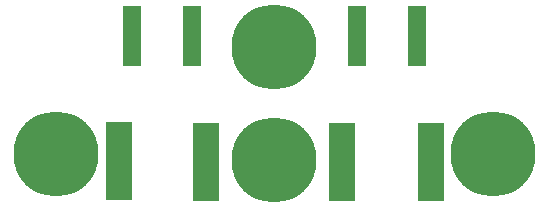
<source format=gbs>
G04*
G04 #@! TF.GenerationSoftware,Altium Limited,Altium Designer,21.6.1 (37)*
G04*
G04 Layer_Color=16711935*
%FSLAX44Y44*%
%MOMM*%
G71*
G04*
G04 #@! TF.SameCoordinates,FC0A6441-3841-4F79-B882-F02D4C2157D2*
G04*
G04*
G04 #@! TF.FilePolarity,Negative*
G04*
G01*
G75*
%ADD16R,1.6200X5.1800*%
%ADD17C,7.2000*%
%ADD21R,2.3000X6.6000*%
D16*
X265400Y170000D02*
D03*
X214600D02*
D03*
X455800D02*
D03*
X405000D02*
D03*
D17*
X335000Y65000D02*
D03*
Y160000D02*
D03*
X520000Y70000D02*
D03*
X150000D02*
D03*
D21*
X467500Y63000D02*
D03*
X392500D02*
D03*
X277500D02*
D03*
X203500Y64000D02*
D03*
M02*

</source>
